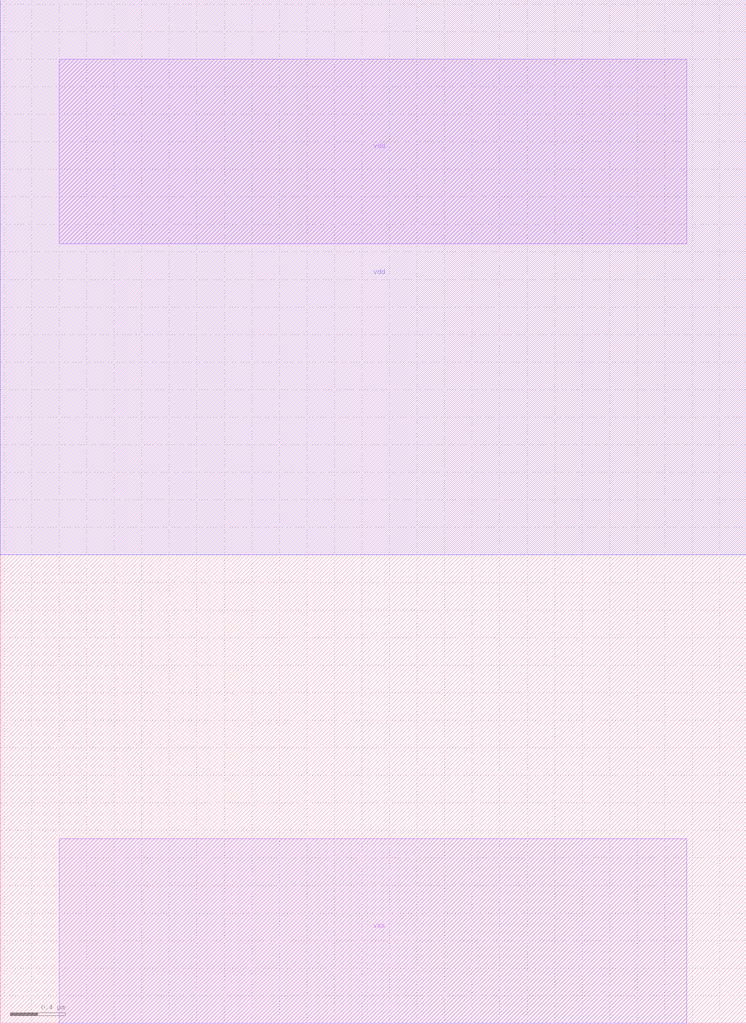
<source format=lef>
VERSION 5.7 ;
  NOWIREEXTENSIONATPIN ON ;
  DIVIDERCHAR "/" ;
  BUSBITCHARS "[]" ;
MACRO tie_poly_w4
  CLASS BLOCK ;
  FOREIGN tie_poly_w4 ;
  ORIGIN 0.430 0.000 ;
  SIZE 5.420 BY 7.430 ;
  PIN vdd
    ANTENNADIFFAREA 1.540800 ;
    PORT
      LAYER Nwell ;
        RECT -0.430 3.400 4.990 7.430 ;
      LAYER Metal1 ;
        RECT 0.000 5.660 4.560 7.000 ;
    END
  END vdd
  PIN vss
    ANTENNADIFFAREA 1.540800 ;
    PORT
      LAYER Metal1 ;
        RECT 0.000 0.000 4.560 1.340 ;
    END
  END vss
END tie_poly_w4
END LIBRARY


</source>
